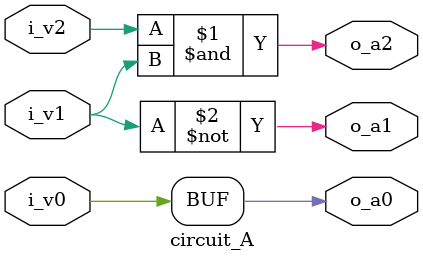
<source format=v>

`default_nettype none

module circuit_A(
	input 	i_v2,
	input 	i_v1,
	input 	i_v0,
	output 	o_a0,
	output 	o_a1,
	output 	o_a2
);

	// Combinational Logic only
	// TODO
	assign o_a2 = i_v2&i_v1;
	assign o_a1 = ~i_v1;
	assign o_a0 = i_v0;
endmodule

</source>
